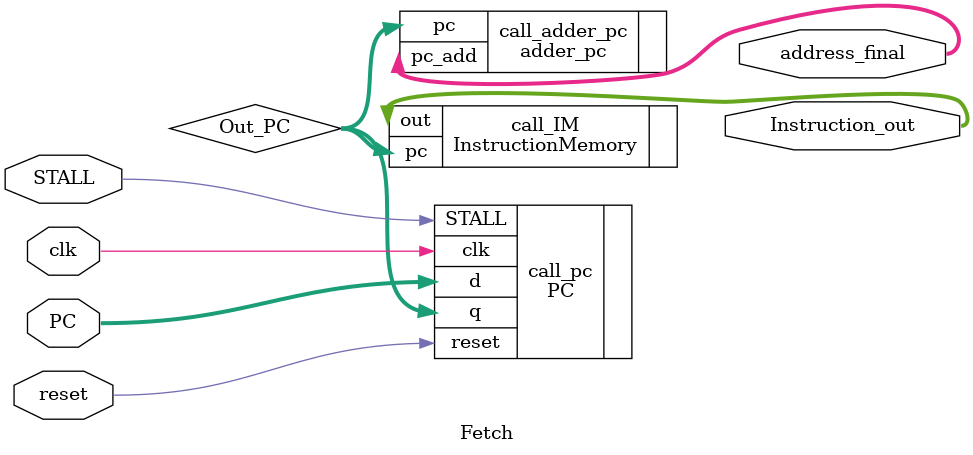
<source format=v>
`include "ProgramCounter.v"
`include "InstructionMemory.v"
`include "pc_4.v"

module Fetch(input clk,input reset,input STALL,input [31:0] PC,output [31:0] address_final,output [31:0] Instruction_out);//Stall
//PROGRAM COUNTER:
//funca 
wire [31:0] Out_PC;//Out_PC=salida del program counter
//INSTRUCTION MEMORY:
//////////////////////////////////

//PROGRAM COUNTER
PC #(32)call_pc(.clk(clk),.reset(reset),.STALL(STALL),.d(PC),.q(Out_PC));

//INSTRUCTION MEMORY
InstructionMemory call_IM(.pc(Out_PC),.out(Instruction_out));

//PROGRAM COUNTER
adder_pc call_adder_pc(.pc(Out_PC),.pc_add(address_final));


//
endmodule

</source>
